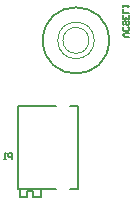
<source format=gbo>
G04*
G04 #@! TF.GenerationSoftware,Altium Limited,Altium Designer,22.2.1 (43)*
G04*
G04 Layer_Color=32896*
%FSAX24Y24*%
%MOIN*%
G70*
G04*
G04 #@! TF.SameCoordinates,0A7D3E4C-9769-4D31-AB1C-A6483D793648*
G04*
G04*
G04 #@! TF.FilePolarity,Positive*
G04*
G01*
G75*
%ADD11C,0.0079*%
%ADD13C,0.0060*%
%ADD70C,0.0039*%
D11*
X018176Y022660D02*
G03*
X018176Y022660I-001102J000000D01*
G01*
X017126Y017717D02*
Y020472D01*
X015157Y017717D02*
Y020472D01*
X015197Y017441D02*
Y017717D01*
Y017441D02*
X015453D01*
X015650D02*
X015906D01*
Y017717D01*
X015453Y017441D02*
Y017638D01*
X015650D01*
Y017441D02*
Y017638D01*
X016864Y020472D02*
X017126D01*
X015157Y020472D02*
X016419Y020472D01*
X015157Y017717D02*
X016419Y017716D01*
X016864D02*
X017126D01*
D13*
X018847Y022763D02*
X018714D01*
X018647Y022829D01*
X018714Y022896D01*
X018847D01*
X018814Y023096D02*
X018847Y023062D01*
Y022996D01*
X018814Y022962D01*
X018681D01*
X018647Y022996D01*
Y023062D01*
X018681Y023096D01*
X018814Y023296D02*
X018847Y023262D01*
Y023196D01*
X018814Y023162D01*
X018781D01*
X018747Y023196D01*
Y023262D01*
X018714Y023296D01*
X018681D01*
X018647Y023262D01*
Y023196D01*
X018681Y023162D01*
X018847Y023496D02*
Y023362D01*
X018647D01*
Y023496D01*
X018747Y023362D02*
Y023429D01*
X018847Y023562D02*
X018647D01*
Y023696D01*
Y023762D02*
Y023829D01*
Y023796D01*
X018847D01*
X018814Y023762D01*
X014945Y018705D02*
Y018904D01*
X014845D01*
X014812Y018871D01*
Y018804D01*
X014845Y018771D01*
X014945D01*
X014745Y018705D02*
X014678D01*
X014712D01*
Y018904D01*
X014745Y018871D01*
D70*
X016650Y022750D02*
G03*
X016641Y022660I000424J-000090D01*
G01*
X017507D02*
G03*
X017497Y022750I-000433J000000D01*
G01*
X016463Y022660D02*
G03*
X016642Y022228I000610J000000D01*
G01*
X017505D02*
G03*
X017684Y022660I-000432J000432D01*
G01*
X017074Y023270D02*
G03*
X016840Y023224I000000J-000610D01*
G01*
X017684Y022660D02*
G03*
X017684Y022660I-000610J000000D01*
G01*
X017307Y023224D02*
G03*
X017074Y023270I-000234J-000564D01*
G01*
X017507Y022660D02*
G03*
X017507Y022660I-000433J000000D01*
G01*
M02*

</source>
